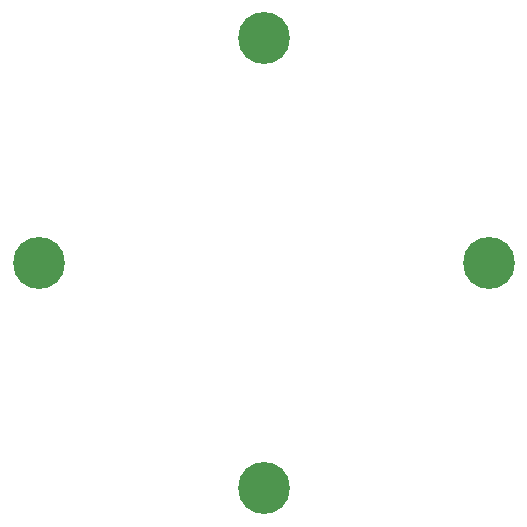
<source format=gts>
%TF.GenerationSoftware,KiCad,Pcbnew,7.99.0-1397-geaf65f7d53*%
%TF.CreationDate,2023-06-19T15:24:22+01:00*%
%TF.ProjectId,swweeep-base,73777765-6565-4702-9d62-6173652e6b69,rev?*%
%TF.SameCoordinates,Original*%
%TF.FileFunction,Soldermask,Top*%
%TF.FilePolarity,Negative*%
%FSLAX46Y46*%
G04 Gerber Fmt 4.6, Leading zero omitted, Abs format (unit mm)*
G04 Created by KiCad (PCBNEW 7.99.0-1397-geaf65f7d53) date 2023-06-19 15:24:22*
%MOMM*%
%LPD*%
G01*
G04 APERTURE LIST*
%ADD10C,4.400000*%
G04 APERTURE END LIST*
D10*
%TO.C,REF\u002A\u002A*%
X49230606Y-38598600D03*
X68280606Y-19548600D03*
X68280606Y-57648600D03*
X87330606Y-38598600D03*
%TD*%
M02*

</source>
